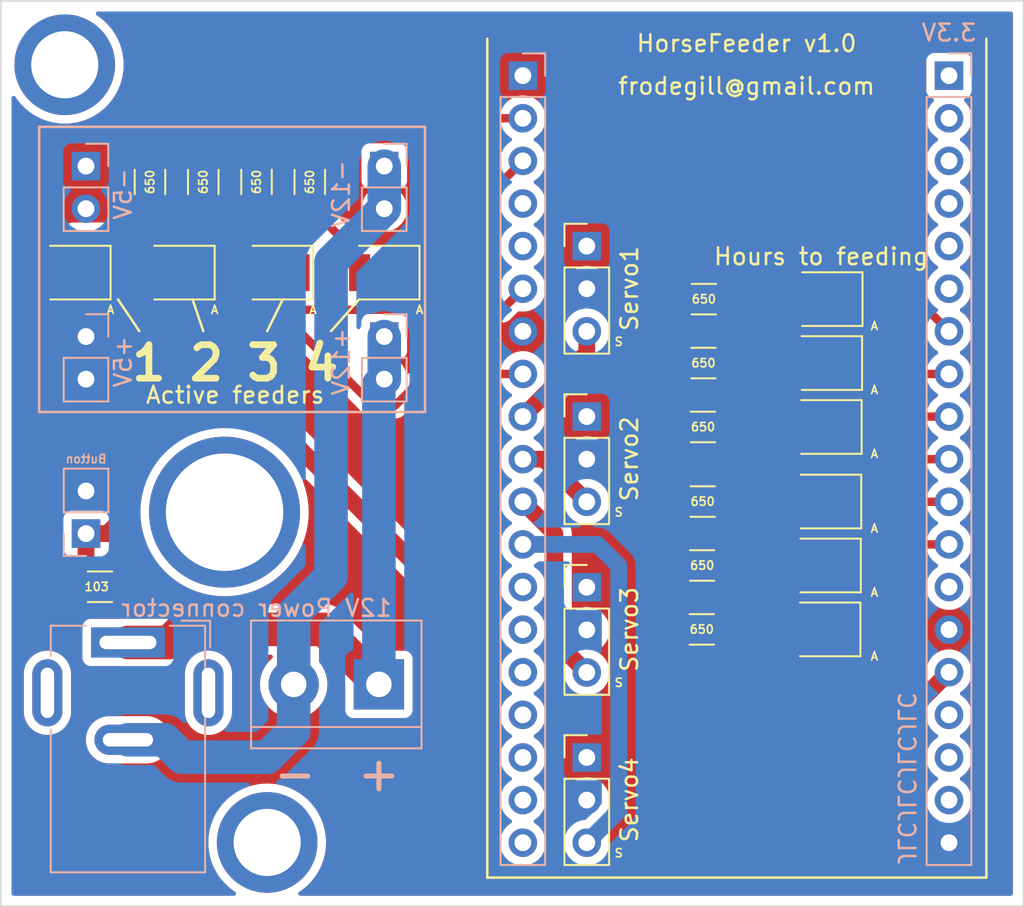
<source format=kicad_pcb>
(kicad_pcb (version 20211014) (generator pcbnew)
  (layers (0 "F.Cu" signal) (31 "B.Cu" signal) (34 "B.Paste" user) (35 "F.Paste" user) (36 "B.SilkS" user "B.Silkscreen") (37 "F.SilkS" user "F.Silkscreen") (38 "B.Mask" user) (39 "F.Mask" user) (44 "Edge.Cuts" user))
  (net 0 "")
  (net 1 "+5V")
  (net 5 "GND")
  (net 6 "+3.3V")
  (net 7 "Net-(D1-Pad1)")
  (net 8 "Net-(J2-Pad8)")
  (net 9 "Net-(D2-Pad1)")
  (net 10 "Net-(J1-Pad12)")
  (net 11 "Net-(D3-Pad1)")
  (net 12 "Net-(J1-Pad11)")
  (net 13 "Net-(D4-Pad1)")
  (net 14 "Net-(D4-Pad2)")
  (net 15 "Net-(D5-Pad1)")
  (net 16 "Net-(J1-Pad10)")
  (net 18 "Net-(D6-Pad1)")
  (net 20 "Net-(D6-Pad2)")
  (net 21 "Net-(D7-Pad1)")
  (net 22 "Net-(J1-Pad9)")
  (net 23 "Net-(D8-Pad1)")
  (net 24 "Net-(D8-Pad2)")
  (net 25 "Net-(D9-Pad1)")
  (net 26 "Net-(J1-Pad8)")
  (net 27 "Net-(D10-Pad1)")
  (net 28 "Net-(J1-Pad7)")
  (net 35 "Net-(J1-Pad15)")
  (net 39 "Net-(J7-Pad3)")
  (net 40 "Net-(J8-Pad3)")
  (net 41 "Net-(J9-Pad3)")
  (net 42 "Net-(J10-Pad3)")
  (net 47 "+12V")
  (net 48 "-12V")
  (footprint "Resistor_SMD:R_1206_3216Metric" (layer "F.Cu") (at 203.73 105.41)
    (fp_text reference "R3" hide)
    (fp_text value "R" hide)
    (fp_line (start -0.727064 0.91) (end 0.727064 0.91) (layer "F.SilkS") (width 0.12))
    (fp_line (start -0.727064 -0.91) (end 0.727064 -0.91) (layer "F.SilkS") (width 0.12))
    (pad "1" smd roundrect (at -1.4625 0) (size 1.125 1.75) (layers "F.Cu" "F.Paste" "F.Mask") (roundrect_rratio 0.2222222222) (net 5 "GND"))
    (pad "2" smd roundrect (at 1.4625 0) (size 1.125 1.75) (layers "F.Cu" "F.Paste" "F.Mask") (roundrect_rratio 0.2222222222) (net 11 "Net-(D3-Pad1)"))
  )
  (footprint "CustomLibrary:LED_PLCC_2835_AK" (layer "F.Cu") (at 184.68 87.955 180)
    (fp_text reference "D8" hide)
    (fp_text value "LED_Servo4" hide)
    (fp_line (start 1.4 -1.6) (end -2.2 -1.6) (layer "F.SilkS") (width 0.12))
    (fp_line (start 1.4 1.6) (end -2.2 1.6) (layer "F.SilkS") (width 0.12))
    (fp_line (start -2.2 -1.6) (end -2.2 1.6) (layer "F.SilkS") (width 0.12))
    (pad "1" smd rect (at 1.375 0 180) (size 1.25 2.2) (layers "F.Cu" "F.Paste" "F.Mask") (net 23 "Net-(D8-Pad1)"))
    (pad "2" smd rect (at -0.9 0 180) (size 2.2 2.2) (layers "F.Cu" "F.Paste" "F.Mask") (net 24 "Net-(D8-Pad2)"))
  )
  (footprint "CustomLibrary:LED_PLCC_2835_AK" (layer "F.Cu") (at 211.01 101.6 180)
    (fp_text reference "D5" hide)
    (fp_text value "LED_4hour" hide)
    (fp_line (start -2.2 -1.6) (end -2.2 1.6) (layer "F.SilkS") (width 0.12))
    (fp_line (start 1.4 -1.6) (end -2.2 -1.6) (layer "F.SilkS") (width 0.12))
    (fp_line (start 1.4 1.6) (end -2.2 1.6) (layer "F.SilkS") (width 0.12))
    (pad "1" smd rect (at 1.375 0 180) (size 1.25 2.2) (layers "F.Cu" "F.Paste" "F.Mask") (net 15 "Net-(D5-Pad1)"))
    (pad "2" smd rect (at -0.9 0 180) (size 2.2 2.2) (layers "F.Cu" "F.Paste" "F.Mask") (net 16 "Net-(J1-Pad10)"))
  )
  (footprint "CustomLibrary:LED_PLCC_2835_AK" (layer "F.Cu") (at 166.265 87.955 180)
    (fp_text reference "D1" hide)
    (fp_text value "LED_Servo1" hide)
    (fp_line (start -2.2 -1.6) (end -2.2 1.6) (layer "F.SilkS") (width 0.12))
    (fp_line (start 1.4 -1.6) (end -2.2 -1.6) (layer "F.SilkS") (width 0.12))
    (fp_line (start 1.4 1.6) (end -2.2 1.6) (layer "F.SilkS") (width 0.12))
    (pad "1" smd rect (at 1.375 0 180) (size 1.25 2.2) (layers "F.Cu" "F.Paste" "F.Mask") (net 7 "Net-(D1-Pad1)"))
    (pad "2" smd rect (at -0.9 0 180) (size 2.2 2.2) (layers "F.Cu" "F.Paste" "F.Mask") (net 8 "Net-(J2-Pad8)"))
  )
  (footprint "Resistor_SMD:R_1206_3216Metric" (layer "F.Cu") (at 173.99 82.55 -90)
    (fp_text reference "R4" hide)
    (fp_text value "R" hide)
    (fp_line (start -0.727064 -0.91) (end 0.727064 -0.91) (layer "F.SilkS") (width 0.12))
    (fp_line (start -0.727064 0.91) (end 0.727064 0.91) (layer "F.SilkS") (width 0.12))
    (pad "1" smd roundrect (at -1.4625 0 270) (size 1.125 1.75) (layers "F.Cu" "F.Paste" "F.Mask") (roundrect_rratio 0.2222222222) (net 5 "GND"))
    (pad "2" smd roundrect (at 1.4625 0 270) (size 1.125 1.75) (layers "F.Cu" "F.Paste" "F.Mask") (roundrect_rratio 0.2222222222) (net 13 "Net-(D4-Pad1)"))
  )
  (footprint "Resistor_SMD:R_1206_3216Metric" (layer "F.Cu") (at 203.705 109.22)
    (fp_text reference "R2" hide)
    (fp_text value "R" hide)
    (fp_line (start -0.727064 -0.91) (end 0.727064 -0.91) (layer "F.SilkS") (width 0.12))
    (fp_line (start -0.727064 0.91) (end 0.727064 0.91) (layer "F.SilkS") (width 0.12))
    (pad "1" smd roundrect (at -1.4625 0) (size 1.125 1.75) (layers "F.Cu" "F.Paste" "F.Mask") (roundrect_rratio 0.2222222222) (net 5 "GND"))
    (pad "2" smd roundrect (at 1.4625 0) (size 1.125 1.75) (layers "F.Cu" "F.Paste" "F.Mask") (roundrect_rratio 0.2222222222) (net 9 "Net-(D2-Pad1)"))
  )
  (footprint "Connector_PinHeader_2.54mm:PinHeader_1x03_P2.54mm_Vertical" (layer "F.Cu") (at 196.85 86.375)
    (fp_text reference "J7" hide)
    (fp_text value "Servo1" hide)
    (fp_line (start -1.33 0) (end -1.33 -1.33) (layer "F.SilkS") (width 0.12))
    (fp_line (start -1.33 1.27) (end 1.33 1.27) (layer "F.SilkS") (width 0.12))
    (fp_line (start -1.33 6.41) (end 1.33 6.41) (layer "F.SilkS") (width 0.12))
    (fp_line (start -1.33 1.27) (end -1.33 6.41) (layer "F.SilkS") (width 0.12))
    (fp_line (start -1.33 -1.33) (end 0 -1.33) (layer "F.SilkS") (width 0.12))
    (fp_line (start 1.33 1.27) (end 1.33 6.41) (layer "F.SilkS") (width 0.12))
    (pad "1" thru_hole rect (at 0 0) (size 1.7 1.7) (drill 1) (layers *.Cu *.Mask) (net 5 "GND"))
    (pad "2" thru_hole oval (at 0 2.54) (size 1.7 1.7) (drill 1) (layers *.Cu *.Mask) (net 1 "+5V"))
    (pad "3" thru_hole oval (at 0 5.08) (size 1.7 1.7) (drill 1) (layers *.Cu *.Mask) (net 39 "Net-(J7-Pad3)"))
  )
  (footprint "CustomLibrary:LED_PLCC_2835_AK" (layer "F.Cu") (at 211.06 93.345 180)
    (fp_text reference "D9" hide)
    (fp_text value "LED_2hour" hide)
    (fp_line (start 1.4 -1.6) (end -2.2 -1.6) (layer "F.SilkS") (width 0.12))
    (fp_line (start -2.2 -1.6) (end -2.2 1.6) (layer "F.SilkS") (width 0.12))
    (fp_line (start 1.4 1.6) (end -2.2 1.6) (layer "F.SilkS") (width 0.12))
    (pad "1" smd rect (at 1.375 0 180) (size 1.25 2.2) (layers "F.Cu" "F.Paste" "F.Mask") (net 25 "Net-(D9-Pad1)"))
    (pad "2" smd rect (at -0.9 0 180) (size 2.2 2.2) (layers "F.Cu" "F.Paste" "F.Mask") (net 26 "Net-(J1-Pad8)"))
  )
  (footprint "Resistor_SMD:R_1206_3216Metric" (layer "F.Cu") (at 203.755 101.6)
    (fp_text reference "R5" hide)
    (fp_text value "R" hide)
    (fp_line (start -0.727064 0.91) (end 0.727064 0.91) (layer "F.SilkS") (width 0.12))
    (fp_line (start -0.727064 -0.91) (end 0.727064 -0.91) (layer "F.SilkS") (width 0.12))
    (pad "1" smd roundrect (at -1.4625 0) (size 1.125 1.75) (layers "F.Cu" "F.Paste" "F.Mask") (roundrect_rratio 0.2222222222) (net 5 "GND"))
    (pad "2" smd roundrect (at 1.4625 0) (size 1.125 1.75) (layers "F.Cu" "F.Paste" "F.Mask") (roundrect_rratio 0.2222222222) (net 15 "Net-(D5-Pad1)"))
  )
  (footprint "CustomLibrary:LED_PLCC_2835_AK" (layer "F.Cu") (at 172.47 87.955 180)
    (fp_text reference "D4" hide)
    (fp_text value "LED_Servo2" hide)
    (fp_line (start 1.4 1.6) (end -2.2 1.6) (layer "F.SilkS") (width 0.12))
    (fp_line (start -2.2 -1.6) (end -2.2 1.6) (layer "F.SilkS") (width 0.12))
    (fp_line (start 1.4 -1.6) (end -2.2 -1.6) (layer "F.SilkS") (width 0.12))
    (pad "1" smd rect (at 1.375 0 180) (size 1.25 2.2) (layers "F.Cu" "F.Paste" "F.Mask") (net 13 "Net-(D4-Pad1)"))
    (pad "2" smd rect (at -0.9 0 180) (size 2.2 2.2) (layers "F.Cu" "F.Paste" "F.Mask") (net 14 "Net-(D4-Pad2)"))
  )
  (footprint "Resistor_SMD:R_1206_3216Metric" (layer "F.Cu") (at 203.805 93.345)
    (fp_text reference "R9" hide)
    (fp_text value "R" hide)
    (fp_line (start -0.727064 0.91) (end 0.727064 0.91) (layer "F.SilkS") (width 0.12))
    (fp_line (start -0.727064 -0.91) (end 0.727064 -0.91) (layer "F.SilkS") (width 0.12))
    (pad "1" smd roundrect (at -1.4625 0) (size 1.125 1.75) (layers "F.Cu" "F.Paste" "F.Mask") (roundrect_rratio 0.2222222222) (net 5 "GND"))
    (pad "2" smd roundrect (at 1.4625 0) (size 1.125 1.75) (layers "F.Cu" "F.Paste" "F.Mask") (roundrect_rratio 0.2222222222) (net 25 "Net-(D9-Pad1)"))
  )
  (footprint "CustomLibrary:LED_PLCC_2835_AK" (layer "F.Cu") (at 178.33 87.955 180)
    (fp_text reference "D6" hide)
    (fp_text value "LED_Servo3" hide)
    (fp_line (start -2.2 -1.6) (end -2.2 1.6) (layer "F.SilkS") (width 0.12))
    (fp_line (start 1.4 -1.6) (end -2.2 -1.6) (layer "F.SilkS") (width 0.12))
    (fp_line (start 1.4 1.6) (end -2.2 1.6) (layer "F.SilkS") (width 0.12))
    (pad "1" smd rect (at 1.375 0 180) (size 1.25 2.2) (layers "F.Cu" "F.Paste" "F.Mask") (net 18 "Net-(D6-Pad1)"))
    (pad "2" smd rect (at -0.9 0 180) (size 2.2 2.2) (layers "F.Cu" "F.Paste" "F.Mask") (net 20 "Net-(D6-Pad2)"))
  )
  (footprint "Resistor_SMD:R_1206_3216Metric" (layer "F.Cu") (at 203.78 97.155)
    (fp_text reference "R7" hide)
    (fp_text value "R" hide)
    (fp_line (start -0.727064 0.91) (end 0.727064 0.91) (layer "F.SilkS") (width 0.12))
    (fp_line (start -0.727064 -0.91) (end 0.727064 -0.91) (layer "F.SilkS") (width 0.12))
    (pad "1" smd roundrect (at -1.4625 0) (size 1.125 1.75) (layers "F.Cu" "F.Paste" "F.Mask") (roundrect_rratio 0.2222222222) (net 5 "GND"))
    (pad "2" smd roundrect (at 1.4625 0) (size 1.125 1.75) (layers "F.Cu" "F.Paste" "F.Mask") (roundrect_rratio 0.2222222222) (net 21 "Net-(D7-Pad1)"))
  )
  (footprint "Connector_PinHeader_2.54mm:PinHeader_1x03_P2.54mm_Vertical" (layer "F.Cu") (at 196.85 106.71)
    (fp_text reference "J9" hide)
    (fp_text value "Servo3" hide)
    (fp_line (start -1.33 1.27) (end -1.33 6.41) (layer "F.SilkS") (width 0.12))
    (fp_line (start -1.33 -1.33) (end 0 -1.33) (layer "F.SilkS") (width 0.12))
    (fp_line (start -1.33 6.41) (end 1.33 6.41) (layer "F.SilkS") (width 0.12))
    (fp_line (start -1.33 0) (end -1.33 -1.33) (layer "F.SilkS") (width 0.12))
    (fp_line (start -1.33 1.27) (end 1.33 1.27) (layer "F.SilkS") (width 0.12))
    (fp_line (start 1.33 1.27) (end 1.33 6.41) (layer "F.SilkS") (width 0.12))
    (pad "1" thru_hole rect (at 0 0) (size 1.7 1.7) (drill 1) (layers *.Cu *.Mask) (net 5 "GND"))
    (pad "2" thru_hole oval (at 0 2.54) (size 1.7 1.7) (drill 1) (layers *.Cu *.Mask) (net 1 "+5V"))
    (pad "3" thru_hole oval (at 0 5.08) (size 1.7 1.7) (drill 1) (layers *.Cu *.Mask) (net 41 "Net-(J9-Pad3)"))
  )
  (footprint "Connector_PinHeader_2.54mm:PinHeader_1x03_P2.54mm_Vertical" (layer "F.Cu") (at 196.85 96.535)
    (fp_text reference "J8" hide)
    (fp_text value "Servo2" hide)
    (fp_line (start 1.33 1.27) (end 1.33 6.41) (layer "F.SilkS") (width 0.12))
    (fp_line (start -1.33 1.27) (end 1.33 1.27) (layer "F.SilkS") (width 0.12))
    (fp_line (start -1.33 6.41) (end 1.33 6.41) (layer "F.SilkS") (width 0.12))
    (fp_line (start -1.33 1.27) (end -1.33 6.41) (layer "F.SilkS") (width 0.12))
    (fp_line (start -1.33 -1.33) (end 0 -1.33) (layer "F.SilkS") (width 0.12))
    (fp_line (start -1.33 0) (end -1.33 -1.33) (layer "F.SilkS") (width 0.12))
    (pad "1" thru_hole rect (at 0 0) (size 1.7 1.7) (drill 1) (layers *.Cu *.Mask) (net 5 "GND"))
    (pad "2" thru_hole oval (at 0 2.54) (size 1.7 1.7) (drill 1) (layers *.Cu *.Mask) (net 1 "+5V"))
    (pad "3" thru_hole oval (at 0 5.08) (size 1.7 1.7) (drill 1) (layers *.Cu *.Mask) (net 40 "Net-(J8-Pad3)"))
  )
  (footprint "Resistor_SMD:R_1206_3216Metric" (layer "F.Cu") (at 170.815 82.55 -90)
    (fp_text reference "R1" hide)
    (fp_text value "R" hide)
    (fp_line (start -0.727064 -0.91) (end 0.727064 -0.91) (layer "F.SilkS") (width 0.12))
    (fp_line (start -0.727064 0.91) (end 0.727064 0.91) (layer "F.SilkS") (width 0.12))
    (pad "1" smd roundrect (at -1.4625 0 270) (size 1.125 1.75) (layers "F.Cu" "F.Paste" "F.Mask") (roundrect_rratio 0.2222222222) (net 5 "GND"))
    (pad "2" smd roundrect (at 1.4625 0 270) (size 1.125 1.75) (layers "F.Cu" "F.Paste" "F.Mask") (roundrect_rratio 0.2222222222) (net 7 "Net-(D1-Pad1)"))
  )
  (footprint "Resistor_SMD:R_1206_3216Metric" (layer "F.Cu") (at 177.165 82.55 -90)
    (fp_text reference "R6" hide)
    (fp_text value "R" hide)
    (fp_line (start -0.727064 -0.91) (end 0.727064 -0.91) (layer "F.SilkS") (width 0.12))
    (fp_line (start -0.727064 0.91) (end 0.727064 0.91) (layer "F.SilkS") (width 0.12))
    (pad "1" smd roundrect (at -1.4625 0 270) (size 1.125 1.75) (layers "F.Cu" "F.Paste" "F.Mask") (roundrect_rratio 0.2222222222) (net 5 "GND"))
    (pad "2" smd roundrect (at 1.4625 0 270) (size 1.125 1.75) (layers "F.Cu" "F.Paste" "F.Mask") (roundrect_rratio 0.2222222222) (net 18 "Net-(D6-Pad1)"))
  )
  (footprint "Resistor_SMD:R_1206_3216Metric" (layer "F.Cu") (at 203.83 89.535)
    (fp_text reference "R10" hide)
    (fp_text value "R" hide)
    (fp_line (start -0.727064 -0.91) (end 0.727064 -0.91) (layer "F.SilkS") (width 0.12))
    (fp_line (start -0.727064 0.91) (end 0.727064 0.91) (layer "F.SilkS") (width 0.12))
    (pad "1" smd roundrect (at -1.4625 0) (size 1.125 1.75) (layers "F.Cu" "F.Paste" "F.Mask") (roundrect_rratio 0.2222222222) (net 5 "GND"))
    (pad "2" smd roundrect (at 1.4625 0) (size 1.125 1.75) (layers "F.Cu" "F.Paste" "F.Mask") (roundrect_rratio 0.2222222222) (net 27 "Net-(D10-Pad1)"))
  )
  (footprint "Resistor_SMD:R_1206_3216Metric" (layer "F.Cu") (at 167.8325 106.68)
    (fp_text reference "R11" hide)
    (fp_text value "Pulldown" hide)
    (fp_line (start -0.727064 -0.91) (end 0.727064 -0.91) (layer "F.SilkS") (width 0.12))
    (fp_line (start -0.727064 0.91) (end 0.727064 0.91) (layer "F.SilkS") (width 0.12))
    (pad "1" smd roundrect (at -1.4625 0) (size 1.125 1.75) (layers "F.Cu" "F.Paste" "F.Mask") (roundrect_rratio 0.2222222222) (net 35 "Net-(J1-Pad15)"))
    (pad "2" smd roundrect (at 1.4625 0) (size 1.125 1.75) (layers "F.Cu" "F.Paste" "F.Mask") (roundrect_rratio 0.2222222222) (net 5 "GND"))
  )
  (footprint "Resistor_SMD:R_1206_3216Metric" (layer "F.Cu") (at 180.34 82.55 -90)
    (fp_text reference "R8" hide)
    (fp_text value "R" hide)
    (fp_line (start -0.727064 0.91) (end 0.727064 0.91) (layer "F.SilkS") (width 0.12))
    (fp_line (start -0.727064 -0.91) (end 0.727064 -0.91) (layer "F.SilkS") (width 0.12))
    (pad "1" smd roundrect (at -1.4625 0 270) (size 1.125 1.75) (layers "F.Cu" "F.Paste" "F.Mask") (roundrect_rratio 0.2222222222) (net 5 "GND"))
    (pad "2" smd roundrect (at 1.4625 0 270) (size 1.125 1.75) (layers "F.Cu" "F.Paste" "F.Mask") (roundrect_rratio 0.2222222222) (net 23 "Net-(D8-Pad1)"))
  )
  (footprint "CustomLibrary:LED_PLCC_2835_AK" (layer "F.Cu") (at 210.985 105.41 180)
    (fp_text reference "D3" hide)
    (fp_text value "LED_5hour" hide)
    (fp_line (start 1.4 1.6) (end -2.2 1.6) (layer "F.SilkS") (width 0.12))
    (fp_line (start -2.2 -1.6) (end -2.2 1.6) (layer "F.SilkS") (width 0.12))
    (fp_line (start 1.4 -1.6) (end -2.2 -1.6) (layer "F.SilkS") (width 0.12))
    (pad "1" smd rect (at 1.375 0 180) (size 1.25 2.2) (layers "F.Cu" "F.Paste" "F.Mask") (net 11 "Net-(D3-Pad1)"))
    (pad "2" smd rect (at -0.9 0 180) (size 2.2 2.2) (layers "F.Cu" "F.Paste" "F.Mask") (net 12 "Net-(J1-Pad11)"))
  )
  (footprint "Connector_PinHeader_2.54mm:PinHeader_1x03_P2.54mm_Vertical" (layer "F.Cu") (at 196.85 116.855)
    (fp_text reference "J10" hide)
    (fp_text value "Servo4" hide)
    (fp_line (start -1.33 1.27) (end -1.33 6.41) (layer "F.SilkS") (width 0.12))
    (fp_line (start 1.33 1.27) (end 1.33 6.41) (layer "F.SilkS") (width 0.12))
    (fp_line (start -1.33 -1.33) (end 0 -1.33) (layer "F.SilkS") (width 0.12))
    (fp_line (start -1.33 0) (end -1.33 -1.33) (layer "F.SilkS") (width 0.12))
    (fp_line (start -1.33 6.41) (end 1.33 6.41) (layer "F.SilkS") (width 0.12))
    (fp_line (start -1.33 1.27) (end 1.33 1.27) (layer "F.SilkS") (width 0.12))
    (pad "1" thru_hole rect (at 0 0) (size 1.7 1.7) (drill 1) (layers *.Cu *.Mask) (net 5 "GND"))
    (pad "2" thru_hole oval (at 0 2.54) (size 1.7 1.7) (drill 1) (layers *.Cu *.Mask) (net 1 "+5V"))
    (pad "3" thru_hole oval (at 0 5.08) (size 1.7 1.7) (drill 1) (layers *.Cu *.Mask) (net 42 "Net-(J10-Pad3)"))
  )
  (footprint "CustomLibrary:LED_PLCC_2835_AK" (layer "F.Cu") (at 210.96 109.22 180)
    (fp_text reference "D2" hide)
    (fp_text value "LED_6hour" hide)
    (fp_line (start 1.4 -1.6) (end -2.2 -1.6) (layer "F.SilkS") (width 0.12))
    (fp_line (start 1.4 1.6) (end -2.2 1.6) (layer "F.SilkS") (width 0.12))
    (fp_line (start -2.2 -1.6) (end -2.2 1.6) (layer "F.SilkS") (width 0.12))
    (pad "1" smd rect (at 1.375 0 180) (size 1.25 2.2) (layers "F.Cu" "F.Paste" "F.Mask") (net 9 "Net-(D2-Pad1)"))
    (pad "2" smd rect (at -0.9 0 180) (size 2.2 2.2) (layers "F.Cu" "F.Paste" "F.Mask") (net 10 "Net-(J1-Pad12)"))
  )
  (footprint "CustomLibrary:LED_PLCC_2835_AK" (layer "F.Cu") (at 211.085 89.535 180)
    (fp_text reference "D10" hide)
    (fp_text value "LED_1hour" hide)
    (fp_line (start 1.4 -1.6) (end -2.2 -1.6) (layer "F.SilkS") (width 0.12))
    (fp_line (start 1.4 1.6) (end -2.2 1.6) (layer "F.SilkS") (width 0.12))
    (fp_line (start -2.2 -1.6) (end -2.2 1.6) (layer "F.SilkS") (width 0.12))
    (pad "1" smd rect (at 1.375 0 180) (size 1.25 2.2) (layers "F.Cu" "F.Paste" "F.Mask") (net 27 "Net-(D10-Pad1)"))
    (pad "2" smd rect (at -0.9 0 180) (size 2.2 2.2) (layers "F.Cu" "F.Paste" "F.Mask") (net 28 "Net-(J1-Pad7)"))
  )
  (footprint "CustomLibrary:LED_PLCC_2835_AK" (layer "F.Cu") (at 211.035 97.155 180)
    (fp_text reference "D7" hide)
    (fp_text value "LED_3hour" hide)
    (fp_line (start 1.4 -1.6) (end -2.2 -1.6) (layer "F.SilkS") (width 0.12))
    (fp_line (start 1.4 1.6) (end -2.2 1.6) (layer "F.SilkS") (width 0.12))
    (fp_line (start -2.2 -1.6) (end -2.2 1.6) (layer "F.SilkS") (width 0.12))
    (pad "1" smd rect (at 1.375 0 180) (size 1.25 2.2) (layers "F.Cu" "F.Paste" "F.Mask") (net 21 "Net-(D7-Pad1)"))
    (pad "2" smd rect (at -0.9 0 180) (size 2.2 2.2) (layers "F.Cu" "F.Paste" "F.Mask") (net 22 "Net-(J1-Pad9)"))
  )
  (footprint "Connector_PinHeader_2.54mm:PinHeader_1x19_P2.54mm_Vertical" (layer "B.Cu") (at 218.44 76.215 180)
    (fp_text reference "J1" hide)
    (fp_text value "ESP32 Power side" hide)
    (fp_line (start 1.33 -1.27) (end 1.33 -47.05) (layer "B.SilkS") (width 0.12))
    (fp_line (start -1.33 0) (end -1.33 1.33) (layer "B.SilkS") (width 0.12))
    (fp_line (start -1.33 -1.27) (end 1.33 -1.27) (layer "B.SilkS") (width 0.12))
    (fp_line (start -1.33 1.33) (end 0 1.33) (layer "B.SilkS") (width 0.12))
    (fp_line (start -1.33 -47.05) (end 1.33 -47.05) (layer "B.SilkS") (width 0.12))
    (fp_line (start -1.33 -1.27) (end -1.33 -47.05) (layer "B.SilkS") (width 0.12))
    (pad "1" thru_hole rect (at 0 0 180) (size 1.7 1.7) (drill 1) (layers *.Cu *.Mask) (net 6 "+3.3V"))
    (pad "2" thru_hole oval (at 0 -2.54 180) (size 1.7 1.7) (drill 1) (layers *.Cu *.Mask))
    (pad "3" thru_hole oval (at 0 -5.08 180) (size 1.7 1.7) (drill 1) (layers *.Cu *.Mask))
    (pad "4" thru_hole oval (at 0 -7.62 180) (size 1.7 1.7) (drill 1) (layers *.Cu *.Mask))
    (pad "5" thru_hole oval (at 0 -10.16 180) (size 1.7 1.7) (drill 1) (layers *.Cu *.Mask))
    (pad "6" thru_hole oval (at 0 -12.7 180) (size 1.7 1.7) (drill 1) (layers *.Cu *.Mask))
    (pad "7" thru_hole oval (at 0 -15.24 180) (size 1.7 1.7) (drill 1) (layers *.Cu *.Mask) (net 28 "Net-(J1-Pad7)"))
    (pad "8" thru_hole oval (at 0 -17.78 180) (size 1.7 1.7) (drill 1) (layers *.Cu *.Mask) (net 26 "Net-(J1-Pad8)"))
    (pad "9" thru_hole oval (at 0 -20.32 180) (size 1.7 1.7) (drill 1) (layers *.Cu *.Mask) (net 22 "Net-(J1-Pad9)"))
    (pad "10" thru_hole oval (at 0 -22.86 180) (size 1.7 1.7) (drill 1) (layers *.Cu *.Mask) (net 16 "Net-(J1-Pad10)"))
    (pad "11" thru_hole oval (at 0 -25.4 180) (size 1.7 1.7) (drill 1) (layers *.Cu *.Mask) (net 12 "Net-(J1-Pad11)"))
    (pad "12" thru_hole oval (at 0 -27.94 180) (size 1.7 1.7) (drill 1) (layers *.Cu *.Mask) (net 10 "Net-(J1-Pad12)"))
    (pad "13" thru_hole oval (at 0 -30.48 180) (size 1.7 1.7) (drill 1) (layers *.Cu *.Mask))
    (pad "14" thru_hole oval (at 0 -33.02 180) (size 1.7 1.7) (drill 1) (layers *.Cu *.Mask) (net 5 "GND"))
    (pad "15" thru_hole oval (at 0 -35.56 180) (size 1.7 1.7) (drill 1) (layers *.Cu *.Mask) (net 35 "Net-(J1-Pad15)"))
    (pad "16" thru_hole oval (at 0 -38.1 180) (size 1.7 1.7) (drill 1) (layers *.Cu *.Mask))
    (pad "17" thru_hole oval (at 0 -40.64 180) (size 1.7 1.7) (drill 1) (layers *.Cu *.Mask))
    (pad "18" thru_hole oval (at 0 -43.18 180) (size 1.7 1.7) (drill 1) (layers *.Cu *.Mask))
    (pad "19" thru_hole oval (at 0 -45.72 180) (size 1.7 1.7) (drill 1) (layers *.Cu *.Mask) (net 1 "+5V"))
  )
  (footprint "Connector_PinHeader_2.54mm:PinHeader_1x02_P2.54mm_Vertical" (layer "B.Cu") (at 167.005 103.51)
    (fp_text reference "J11" hide)
    (fp_text value "Button" hide)
    (fp_line (start -1.33 -3.87) (end 1.33 -3.87) (layer "B.SilkS") (width 0.12))
    (fp_line (start -1.33 -1.27) (end 1.33 -1.27) (layer "B.SilkS") (width 0.12))
    (fp_line (start -1.33 1.33) (end 0 1.33) (layer "B.SilkS") (width 0.12))
    (fp_line (start 1.33 -1.27) (end 1.33 -3.87) (layer "B.SilkS") (width 0.12))
    (fp_line (start -1.33 -1.27) (end -1.33 -3.87) (layer "B.SilkS") (width 0.12))
    (fp_line (start -1.33 0) (end -1.33 1.33) (layer "B.SilkS") (width 0.12))
    (pad "1" thru_hole rect (at 0 0) (size 1.7 1.7) (drill 1) (layers *.Cu *.Mask) (net 35 "Net-(J1-Pad15)"))
    (pad "2" thru_hole oval (at 0 -2.54) (size 1.7 1.7) (drill 1) (layers *.Cu *.Mask) (net 1 "+5V"))
  )
  (footprint "Connector_PinHeader_2.54mm:PinHeader_1x02_P2.54mm_Vertical" (layer "B.Cu") (at 184.78 81.605 180)
    (fp_text reference "J4" hide)
    (fp_text value "-12V" (at 2.57 -1.66 90) (layer "B.SilkS") (effects (justify mirror)))
    (fp_line (start -1.33 -1.27) (end 1.33 -1.27) (layer "B.SilkS") (width 0.12))
    (fp_line (start 1.33 -1.27) (end 1.33 -3.87) (layer "B.SilkS") (width 0.12))
    (fp_line (start -1.33 -1.27) (end -1.33 -3.87) (layer "B.SilkS") (width 0.12))
    (fp_line (start -1.33 1.33) (end 0 1.33) (layer "B.SilkS") (width 0.12))
    (fp_line (start -1.33 0) (end -1.33 1.33) (layer "B.SilkS") (width 0.12))
    (fp_line (start -1.33 -3.87) (end 1.33 -3.87) (layer "B.SilkS") (width 0.12))
    (pad "1" thru_hole rect (at 0 0 180) (size 1.7 1.7) (drill 1) (layers *.Cu *.Mask) (net 48 "-12V"))
    (pad "2" thru_hole oval (at 0 -2.54 180) (size 1.7 1.7) (drill 1) (layers *.Cu *.Mask) (net 48 "-12V"))
  )
  (footprint "Connector_PinHeader_2.54mm:PinHeader_1x02_P2.54mm_Vertical" (layer "B.Cu") (at 167 81.605 180)
    (fp_text reference "J6" hide)
    (fp_text value "-5V" (at -2.21 -1.66 90) (layer "B.SilkS") (effects (justify mirror)))
    (fp_line (start -1.33 -1.27) (end 1.33 -1.27) (layer "B.SilkS") (width 0.12))
    (fp_line (start -1.33 -1.27) (end -1.33 -3.87) (layer "B.SilkS") (width 0.12))
    (fp_line (start -1.33 -3.87) (end 1.33 -3.87) (layer "B.SilkS") (width 0.12))
    (fp_line (start -1.33 0) (end -1.33 1.33) (layer "B.SilkS") (width 0.12))
    (fp_line (start -1.33 1.33) (end 0 1.33) (layer "B.SilkS") (width 0.12))
    (fp_line (start 1.33 -1.27) (end 1.33 -3.87) (layer "B.SilkS") (width 0.12))
    (pad "1" thru_hole rect (at 0 0 180) (size 1.7 1.7) (drill 1) (layers *.Cu *.Mask) (net 5 "GND"))
    (pad "2" thru_hole oval (at 0 -2.54 180) (size 1.7 1.7) (drill 1) (layers *.Cu *.Mask) (net 5 "GND"))
  )
  (footprint "CustomLibrary:BarrelJack_Wuerth_6941xx301002" (layer "B.Cu") (at 169.5 110 180)
    (fp_text reference "J17" hide)
    (fp_text value "Conn_Coaxial_Power" hide)
    (fp_line (start -4.6 -13.7) (end -4.6 1) (layer "B.SilkS") (width 0.12))
    (fp_line (start -4.6 1) (end -2.5 1) (layer "B.SilkS") (width 0.12))
    (fp_line (start -4.9 1.3) (end -4.9 -0.3) (layer "B.SilkS") (width 0.12))
    (fp_line (start -3.2 1.3) (end -4.9 1.3) (layer "B.SilkS") (width 0.12))
    (fp_line (start 2.5 1) (end 4.6 1) (layer "B.SilkS") (width 0.12))
    (fp_line (start 4.6 1) (end 4.6 -0.8) (layer "B.SilkS") (width 0.12))
    (fp_line (start 4.6 -5.2) (end 4.6 -13.7) (layer "B.SilkS") (width 0.12))
    (fp_line (start 4.6 -13.7) (end -4.6 -13.7) (layer "B.SilkS") (width 0.12))
    (pad "1" thru_hole rect (at 0 0 180) (size 4.4 1.8) (drill oval 3.4 0.8) (layers *.Cu *.Mask) (net 47 "+12V"))
    (pad "2" thru_hole oval (at 0 -5.8 180) (size 4 1.8) (drill oval 3 0.8) (layers *.Cu *.Mask) (net 48 "-12V"))
    (pad "3" thru_hole oval (at 4.8 -3 90) (size 4 1.8) (drill oval 3 0.8) (layers *.Cu *.Mask))
    (pad "3" thru_hole oval (at -4.8 -3 90) (size 4 1.8) (drill oval 3 0.8) (layers *.Cu *.Mask))
  )
  (footprint "Connector_PinHeader_2.54mm:PinHeader_1x19_P2.54mm_Vertical" (layer "B.Cu") (at 193.04 76.215 180)
    (fp_text reference "J2" hide)
    (fp_text value "ESP32 pin side" hide)
    (fp_line (start -1.33 1.33) (end 0 1.33) (layer "B.SilkS") (width 0.12))
    (fp_line (start -1.33 -1.27) (end -1.33 -47.05) (layer "B.SilkS") (width 0.12))
    (fp_line (start -1.33 -1.27) (end 1.33 -1.27) (layer "B.SilkS") (width 0.12))
    (fp_line (start -1.33 -47.05) (end 1.33 -47.05) (layer "B.SilkS") (width 0.12))
    (fp_line (start -1.33 0) (end -1.33 1.33) (layer "B.SilkS") (width 0.12))
    (fp_line (start 1.33 -1.27) (end 1.33 -47.05) (layer "B.SilkS") (width 0.12))
    (pad "1" thru_hole rect (at 0 0 180) (size 1.7 1.7) (drill 1) (layers *.Cu *.Mask) (net 5 "GND"))
    (pad "2" thru_hole oval (at 0 -2.54 180) (size 1.7 1.7) (drill 1) (layers *.Cu *.Mask) (net 20 "Net-(D6-Pad2)"))
    (pad "3" thru_hole oval (at 0 -5.08 180) (size 1.7 1.7) (drill 1) (layers *.Cu *.Mask) (net 24 "Net-(D8-Pad2)"))
    (pad "4" thru_hole oval (at 0 -7.62 180) (size 1.7 1.7) (drill 1) (layers *.Cu *.Mask))
    (pad "5" thru_hole oval (at 0 -10.16 180) (size 1.7 1.7) (drill 1) (layers *.Cu *.Mask))
    (pad "6" thru_hole oval (at 0 -12.7 180) (size 1.7 1.7) (drill 1) (layers *.Cu *.Mask) (net 14 "Net-(D4-Pad2)"))
    (pad "7" thru_hole oval (at 0 -15.24 180) (size 1.7 1.7) (drill 1) (layers *.Cu *.Mask) (net 5 "GND"))
    (pad "8" thru_hole oval (at 0 -17.78 180) (size 1.7 1.7) (drill 1) (layers *.Cu *.Mask) (net 8 "Net-(J2-Pad8)"))
    (pad "9" thru_hole oval (at 0 -20.32 180) (size 1.7 1.7) (drill 1) (layers *.Cu *.Mask) (net 39 "Net-(J7-Pad3)"))
    (pad "10" thru_hole oval (at 0 -22.86 180) (size 1.7 1.7) (drill 1) (layers *.Cu *.Mask) (net 40 "Net-(J8-Pad3)"))
    (pad "11" thru_hole oval (at 0 -25.4 180) (size 1.7 1.7) (drill 1) (layers *.Cu *.Mask) (net 41 "Net-(J9-Pad3)"))
    (pad "12" thru_hole oval (at 0 -27.94 180) (size 1.7 1.7) (drill 1) (layers *.Cu *.Mask) (net 42 "Net-(J10-Pad3)"))
    (pad "13" thru_hole oval (at 0 -30.48 180) (size 1.7 1.7) (drill 1) (layers *.Cu *.Mask))
    (pad "14" thru_hole oval (at 0 -33.02 180) (size 1.7 1.7) (drill 1) (layers *.Cu *.Mask))
    (pad "15" thru_hole oval (at 0 -35.56 180) (size 1.7 1.7) (drill 1) (layers *.Cu *.Mask))
    (pad "16" thru_hole oval (at 0 -38.1 180) (size 1.7 1.7) (drill 1) (layers *.Cu *.Mask))
    (pad "17" thru_hole oval (at 0 -40.64 180) (size 1.7 1.7) (drill 1) (layers *.Cu *.Mask))
    (pad "18" thru_hole oval (at 0 -43.18 180) (size 1.7 1.7) (drill 1) (layers *.Cu *.Mask))
    (pad "19" thru_hole oval (at 0 -45.72 180) (size 1.7 1.7) (drill 1) (layers *.Cu *.Mask))
  )
  (footprint "TerminalBlock:TerminalBlock_bornier-2_P5.08mm" (layer "B.Cu") (at 184.46 112.5 180)
    (fp_text reference "J18" hide)
    (fp_text value "12V Power connector" (at 7.295 4.55) (layer "B.SilkS") (effects (justify mirror)))
    (fp_line (start 7.62 3.81) (end -2.54 3.81) (layer "B.SilkS") (width 0.12))
    (fp_line (start 7.62 -3.81) (end 7.62 3.81) (layer "B.SilkS") (width 0.12))
    (fp_line (start -2.54 3.81) (end -2.54 -3.81) (layer "B.SilkS") (width 0.12))
    (fp_line (start 7.62 -2.54) (end -2.54 -2.54) (layer "B.SilkS") (width 0.12))
    (fp_line (start -2.54 -3.81) (end 7.62 -3.81) (layer "B.SilkS") (width 0.12))
    (pad "1" thru_hole rect (at 0 0 180) (size 3 3) (drill 1.52) (layers *.Cu *.Mask) (net 47 "+12V"))
    (pad "2" thru_hole circle (at 5.08 0 180) (size 3 3) (drill 1.52) (layers *.Cu *.Mask) (net 48 "-12V"))
  )
  (footprint "Connector_PinHeader_2.54mm:PinHeader_1x02_P2.54mm_Vertical" (layer "B.Cu") (at 184.78 91.765 180)
    (fp_text reference "J3" hide)
    (fp_text value "+12V" (at 2.57 -1.5 90) (layer "B.SilkS") (effects (justify mirror)))
    (fp_line (start -1.33 -1.27) (end -1.33 -3.87) (layer "B.SilkS") (width 0.12))
    (fp_line (start 1.33 -1.27) (end 1.33 -3.87) (layer "B.SilkS") (width 0.12))
    (fp_line (start -1.33 0) (end -1.33 1.33) (layer "B.SilkS") (width 0.12))
    (fp_line (start -1.33 1.33) (end 0 1.33) (layer "B.SilkS") (width 0.12))
    (fp_line (start -1.33 -3.87) (end 1.33 -3.87) (layer "B.SilkS") (width 0.12))
    (fp_line (start -1.33 -1.27) (end 1.33 -1.27) (layer "B.SilkS") (width 0.12))
    (pad "1" thru_hole rect (at 0 0 180) (size 1.7 1.7) (drill 1) (layers *.Cu *.Mask) (net 47 "+12V"))
    (pad "2" thru_hole oval (at 0 -2.54 180) (size 1.7 1.7) (drill 1) (layers *.Cu *.Mask) (net 47 "+12V"))
  )
  (footprint "Connector_PinHeader_2.54mm:PinHeader_1x02_P2.54mm_Vertical" (layer "B.Cu") (at 167 91.765 180)
    (fp_text reference "J5" hide)
    (fp_text value "+5V" (at -2.21 -1.5 90) (layer "B.SilkS") (effects (justify mirror)))
    (fp_line (start -1.33 0) (end -1.33 1.33) (layer "B.SilkS") (width 0.12))
    (fp_line (start -1.33 -1.27) (end -1.33 -3.87) (layer "B.SilkS") (width 0.12))
    (fp_line (start -1.33 -1.27) (end 1.33 -1.27) (layer "B.SilkS") (width 0.12))
    (fp_line (start -1.33 1.33) (end 0 1.33) (layer "B.SilkS") (width 0.12))
    (fp_line (start 1.33 -1.27) (end 1.33 -3.87) (layer "B.SilkS") (width 0.12))
    (fp_line (start -1.33 -3.87) (end 1.33 -3.87) (layer "B.SilkS") (width 0.12))
    (pad "1" thru_hole rect (at 0 0 180) (size 1.7 1.7) (drill 1) (layers *.Cu *.Mask) (net 1 "+5V"))
    (pad "2" thru_hole oval (at 0 -2.54 180) (size 1.7 1.7) (drill 1) (layers *.Cu *.Mask) (net 1 "+5V"))
  )
  (gr_rect (start 164.21 96.265) (end 187.21 79.265) (layer "B.SilkS") (width 0.15) (fill none))
  (gr_line (start 173.99 91.44) (end 173.355 89.555) (layer "F.SilkS") (width 0.15))
  (gr_line (start 190.92 74.015) (end 190.92 124.015) (layer "F.SilkS") (width 0.15))
  (gr_line (start 170.18 91.44) (end 168.91 89.555) (layer "F.SilkS") (width 0.15))
  (gr_line (start 190.92 124.015) (end 220.67 124.015) (layer "F.SilkS") (width 0.15))
  (gr_line (start 181.61 91.44) (end 183.28 89.555) (layer "F.SilkS") (width 0.15))
  (gr_line (start 220.67 124.015) (end 220.67 74.015) (layer "F.SilkS") (width 0.15))
  (gr_line (start 177.8 91.44) (end 178.73 89.555) (layer "F.SilkS") (width 0.15))
  (gr_line (start 222.885 71.755) (end 161.925 71.755) (layer "Edge.Cuts") (width 0.1))
  (gr_line (start 161.925 125.73) (end 222.885 125.73) (layer "Edge.Cuts") (width 0.1))
  (gr_line (start 161.925 71.755) (end 161.925 125.73) (layer "Edge.Cuts") (width 0.1))
  (gr_line (start 222.885 125.73) (end 222.885 71.755) (layer "Edge.Cuts") (width 0.1))
  (gr_text "-" (at 179.46 118.11 180) (layer "B.SilkS") (effects (font (size 2 2) (thickness 0.3))))
  (gr_text "Button" (at 167.005 99.06) (layer "B.SilkS") (effects (font (size 0.5 0.5) (thickness 0.1)) (justify mirror)))
  (gr_text "3.3V" (at 218.44 73.66) (layer "B.SilkS") (effects (font (size 1 1)) (justify mirror)))
  (gr_text "JLCJLCJLCJLC" (at 215.9 118.11 270) (layer "B.SilkS") (effects (font (size 1 1)) (justify mirror)))
  (gr_text "+" (at 184.46 118.11 180) (layer "B.SilkS") (effects (font (size 2 2) (thickness 0.3))))
  (gr_text "S" (at 198.755 92.075) (layer "F.SilkS") (effects (font (size 0.5 0.5) (thickness 0.1))))
  (gr_text "A" (at 213.995 107.01) (layer "F.SilkS") (effects (font (size 0.5 0.5) (thickness 0.1))))
  (gr_text "650" (at 203.705 109.22) (layer "F.SilkS") (effects (font (size 0.5 0.5) (thickness 0.1))))
  (gr_text "650" (at 203.805 93.345) (layer "F.SilkS") (effects (font (size 0.5 0.5) (thickness 0.1))))
  (gr_text "650" (at 203.83 89.535) (layer "F.SilkS") (effects (font (size 0.5 0.5) (thickness 0.1))))
  (gr_text "A" (at 213.995 110.82) (layer "F.SilkS") (effects (font (size 0.5 0.5) (thickness 0.1))))
  (gr_text "A" (at 213.995 94.945) (layer "F.SilkS") (effects (font (size 0.5 0.5) (thickness 0.1))))
  (gr_text "A" (at 213.995 103.2) (layer "F.SilkS") (effects (font (size 0.5 0.5) (thickness 0.1))))
  (gr_text "650" (at 203.78 97.155) (layer "F.SilkS") (effects (font (size 0.5 0.5) (thickness 0.1))))
  (gr_text "650" (at 203.755 101.6) (layer "F.SilkS") (effects (font (size 0.5 0.5) (thickness 0.1))))
  (gr_text "Servo1" (at 199.39 88.9 90) (layer "F.SilkS") (effects (font (size 1 1))))
  (gr_text "1 2 3 4" (at 175.895 93.345) (layer "F.SilkS") (effects (font (size 2 2) (thickness 0.4))))
  (gr_text "S" (at 198.755 112.395) (layer "F.SilkS") (effects (font (size 0.5 0.5) (thickness 0.1))))
  (gr_text "650" (at 170.815 82.55 90) (layer "F.SilkS") (effects (font (size 0.5 0.5) (thickness 0.1))))
  (gr_text "650" (at 203.73 105.41) (layer "F.SilkS") (effects (font (size 0.5 0.5) (thickness 0.1))))
  (gr_text "A" (at 168.465 90.17) (layer "F.SilkS") (effects (font (size 0.5 0.5) (thickness 0.1))))
  (gr_text "Servo4" (at 199.39 119.38 90) (layer "F.SilkS") (effects (font (size 1 1))))
  (gr_text "A" (at 186.88 90.17) (layer "F.SilkS") (effects (font (size 0.5 0.5) (thickness 0.1))))
  (gr_text "103" (at 167.64 106.68) (layer "F.SilkS") (effects (font (size 0.5 0.5) (thickness 0.1))))
  (gr_text "S" (at 198.755 102.235) (layer "F.SilkS") (effects (font (size 0.5 0.5) (thickness 0.1))))
  (gr_text "650" (at 180.34 82.55 90) (layer "F.SilkS") (effects (font (size 0.5 0.5) (thickness 0.1))))
  (gr_text "Servo2" (at 199.39 99.06 90) (layer "F.SilkS") (effects (font (size 1 1))))
  (gr_text "A" (at 213.995 98.755) (layer "F.SilkS") (effects (font (size 0.5 0.5) (thickness 0.1))))
  (gr_text "650" (at 173.99 82.55 90) (layer "F.SilkS") (effects (font (size 0.5 0.5) (thickness 0.1))))
  (gr_text "HorseFeeder v1.0" (at 206.375 74.295) (layer "F.SilkS") (effects (font (size 1 1))))
  (gr_text "Active feeders" (at 175.895 95.25) (layer "F.SilkS") (effects (font (size 1 1))))
  (gr_text "Servo3" (at 199.39 109.22 90) (layer "F.SilkS") (effects (font (size 1 1))))
  (gr_text "650" (at 177.165 82.55 90) (layer "F.SilkS") (effects (font (size 0.5 0.5) (thickness 0.1))))
  (gr_text "frodegill@gmail.com" (at 206.375 76.835) (layer "F.SilkS") (effects (font (size 1 1))))
  (gr_text "A" (at 213.995 91.135) (layer "F.SilkS") (effects (font (size 0.5 0.5) (thickness 0.1))))
  (gr_text "A" (at 174.67 90.17) (layer "F.SilkS") (effects (font (size 0.5 0.5) (thickness 0.1))))
  (gr_text "S" (at 198.755 122.555) (layer "F.SilkS") (effects (font (size 0.5 0.5) (thickness 0.1))))
  (gr_text "A" (at 180.53 90.17) (layer "F.SilkS") (effects (font (size 0.5 0.5) (thickness 0.1))))
  (gr_text "Hours to feeding" (at 210.82 86.995) (layer "F.SilkS") (effects (font (size 1 1))))
  (via (at 165.735 75.565) (size 6) (drill 4) (layers "F.Cu" "B.Cu") (net 0))
  (via (at 175.26 102.235) (size 9) (drill 7) (layers "F.Cu" "B.Cu") (net 0))
  (via (at 177.8 121.92) (size 6) (drill 4) (layers "F.Cu" "B.Cu") (net 0))
  (segment (start 169.1025 85.725) (end 170.815 84.0125) (width 0.5) (layer "F.Cu") (net 7))
  (segment (start 164.89 87.13) (end 166.295 85.725) (width 0.5) (layer "F.Cu") (net 7))
  (segment (start 164.89 87.955) (end 164.89 87.13) (width 0.5) (layer "F.Cu") (net 7))
  (segment (start 166.295 85.725) (end 169.1025 85.725) (width 0.5) (layer "F.Cu") (net 7))
  (segment (start 187.31 93.995) (end 185.42 95.885) (width 0.5) (layer "F.Cu") (net 8))
  (segment (start 185.42 95.885) (end 184.15 95.885) (width 0.5) (layer "F.Cu") (net 8))
  (segment (start 179.705 91.44) (end 170.65 91.44) (width 0.5) (layer "F.Cu") (net 8))
  (segment (start 184.15 95.885) (end 179.705 91.44) (width 0.5) (layer "F.Cu") (net 8))
  (segment (start 170.65 91.44) (end 167.165 87.955) (width 0.5) (layer "F.Cu") (net 8))
  (segment (start 193.04 93.995) (end 187.31 93.995) (width 0.5) (layer "F.Cu") (net 8))
  (segment (start 209.585 109.22) (end 205.1675 109.22) (width 0.5) (layer "F.Cu") (net 9))
  (segment (start 216.925 104.155) (end 211.86 109.22) (width 0.5) (layer "F.Cu") (net 10))
  (segment (start 218.44 104.155) (end 216.925 104.155) (width 0.5) (layer "F.Cu") (net 10))
  (segment (start 209.61 105.41) (end 205.1925 105.41) (width 0.5) (layer "F.Cu") (net 11))
  (segment (start 218.44 101.615) (end 215.68 101.615) (width 0.5) (layer "F.Cu") (net 12))
  (segment (start 215.68 101.615) (end 211.885 105.41) (width 0.5) (layer "F.Cu") (net 12))
  (segment (start 171.095 86.9075) (end 173.99 84.0125) (width 0.5) (layer "F.Cu") (net 13))
  (segment (start 171.095 87.955) (end 171.095 86.9075) (width 0.5) (layer "F.Cu") (net 13))
  (segment (start 193.04 88.915) (end 191.785 90.17) (width 0.5) (layer "F.Cu") (net 14))
  (segment (start 191.785 90.17) (end 175.61495 90.17) (width 0.5) (layer "F.Cu") (net 14))
  (segment (start 173.39995 87.955) (end 173.37 87.955) (width 0.5) (layer "F.Cu") (net 14))
  (segment (start 175.61495 90.17) (end 173.39995 87.955) (width 0.5) (layer "F.Cu") (net 14))
  (segment (start 209.635 101.6) (end 205.2175 101.6) (width 0.5) (layer "F.Cu") (net 15))
  (segment (start 214.435 99.075) (end 211.91 101.6) (width 0.5) (layer "F.Cu") (net 16))
  (segment (start 218.44 99.075) (end 214.435 99.075) (width 0.5) (layer "F.Cu") (net 16))
  (segment (start 176.955 87.955) (end 176.955 84.2225) (width 0.5) (layer "F.Cu") (net 18))
  (segment (start 176.955 84.2225) (end 177.165 84.0125) (width 0.5) (layer "F.Cu") (net 18))
  (segment (start 179.015 87.74) (end 179.23 87.955) (width 0.5) (layer "F.Cu") (net 20))
  (segment (start 179.015 80.485051) (end 179.015 87.74) (width 0.5) (layer "F.Cu") (net 20))
  (segment (start 193.04 78.755) (end 180.745051 78.755) (width 0.5) (layer "F.Cu") (net 20))
  (segment (start 180.745051 78.755) (end 179.015 80.485051) (width 0.5) (layer "F.Cu") (net 20))
  (segment (start 209.66 97.155) (end 205.2425 97.155) (width 0.5) (layer "F.Cu") (net 21))
  (segment (start 212.555 96.535) (end 211.935 97.155) (width 0.5) (layer "F.Cu") (net 22))
  (segment (start 218.44 96.535) (end 212.555 96.535) (width 0.5) (layer "F.Cu") (net 22))
  (segment (start 183.305 87.955) (end 183.305 86.9775) (width 0.5) (layer "F.Cu") (net 23))
  (segment (start 183.305 86.9775) (end 180.34 84.0125) (width 0.5) (layer "F.Cu") (net 23))
  (segment (start 193.04 81.295) (end 186.38 87.955) (width 0.5) (layer "F.Cu") (net 24))
  (segment (start 186.38 87.955) (end 185.58 87.955) (width 0.5) (layer "F.Cu") (net 24))
  (segment (start 209.685 93.345) (end 205.2675 93.345) (width 0.5) (layer "F.Cu") (net 25))
  (segment (start 212.61 93.995) (end 211.96 93.345) (width 0.5) (layer "F.Cu") (net 26))
  (segment (start 218.44 93.995) (end 212.61 93.995) (width 0.5) (layer "F.Cu") (net 26))
  (segment (start 209.71 89.535) (end 205.2925 89.535) (width 0.5) (layer "F.Cu") (net 27))
  (segment (start 216.52 89.535) (end 211.985 89.535) (width 0.5) (layer "F.Cu") (net 28))
  (segment (start 218.44 91.455) (end 216.52 89.535) (width 0.5) (layer "F.Cu") (net 28))
  (segment (start 177.8 96.52) (end 187.96 106.68) (width 1) (layer "F.Cu") (net 35))
  (segment (start 167.005 103.51) (end 167.005 106.045) (width 1) (layer "F.Cu") (net 35))
  (segment (start 167.005 103.51) (end 168.27 103.51) (width 1) (layer "F.Cu") (net 35))
  (segment (start 206.39 123.825) (end 218.44 111.775) (width 1) (layer "F.Cu") (net 35))
  (segment (start 191.77 123.825) (end 206.39 123.825) (width 1) (layer "F.Cu") (net 35))
  (segment (start 187.96 106.68) (end 187.96 120.015) (width 1) (layer "F.Cu") (net 35))
  (segment (start 171.45 96.52) (end 177.8 96.52) (width 1) (layer "F.Cu") (net 35))
  (segment (start 187.96 120.015) (end 191.77 123.825) (width 1) (layer "F.Cu") (net 35))
  (segment (start 167.005 106.045) (end 166.37 106.68) (width 1) (layer "F.Cu") (net 35))
  (segment (start 168.27 103.51) (end 169.545 102.235) (width 1) (layer "F.Cu") (net 35))
  (segment (start 169.545 98.425) (end 171.45 96.52) (width 1) (layer "F.Cu") (net 35))
  (segment (start 169.545 102.235) (end 169.545 98.425) (width 1) (layer "F.Cu") (net 35))
  (segment (start 196.85 92.725) (end 196.85 91.455) (width 1) (layer "F.Cu") (net 39))
  (segment (start 193.04 96.535) (end 196.85 92.725) (width 1) (layer "F.Cu") (net 39))
  (segment (start 194.31 99.075) (end 196.85 101.615) (width 1) (layer "F.Cu") (net 40))
  (segment (start 193.04 99.075) (end 194.31 99.075) (width 1) (layer "F.Cu") (net 40))
  (segment (start 194.945 103.52) (end 194.945 109.885) (width 1) (layer "F.Cu") (net 41))
  (segment (start 193.04 101.615) (end 194.945 103.52) (width 1) (layer "F.Cu") (net 41))
  (segment (start 194.945 109.885) (end 196.85 111.79) (width 1) (layer "F.Cu") (net 41))
  (segment (start 197.485 104.155) (end 198.755 105.425) (width 1) (layer "B.Cu") (net 42))
  (segment (start 198.755 120.03) (end 196.85 121.935) (width 1) (layer "B.Cu") (net 42))
  (segment (start 193.04 104.155) (end 197.485 104.155) (width 1) (layer "B.Cu") (net 42))
  (segment (start 198.755 105.425) (end 198.755 120.03) (width 1) (layer "B.Cu") (net 42))
  (segment (start 171.94 110) (end 172.72 109.22) (width 2) (layer "F.Cu") (net 47))
  (segment (start 169.5 110) (end 171.94 110) (width 2) (layer "F.Cu") (net 47))
  (segment (start 172.72 109.22) (end 181.18 109.22) (width 2) (layer "F.Cu") (net 47))
  (segment (start 181.18 109.22) (end 184.46 112.5) (width 2) (layer "F.Cu") (net 47))
  (segment (start 184.46 112.5) (end 184.46 94.625) (width 2) (layer "B.Cu") (net 47))
  (segment (start 184.46 94.625) (end 184.78 94.305) (width 2) (layer "B.Cu") (net 47))
  (segment (start 184.78 94.305) (end 184.78 91.765) (width 2) (layer "B.Cu") (net 47))
  (segment (start 171.68 115.8) (end 172.72 116.84) (width 2) (layer "B.Cu") (net 48))
  (segment (start 181.61 106.045) (end 181.61 87.315) (width 2) (layer "B.Cu") (net 48))
  (segment (start 169.5 115.8) (end 171.68 115.8) (width 2) (layer "B.Cu") (net 48))
  (segment (start 172.72 116.84) (end 177.8 116.84) (width 2) (layer "B.Cu") (net 48))
  (segment (start 179.38 112.5) (end 179.38 108.275) (width 2) (layer "B.Cu") (net 48))
  (segment (start 179.38 108.275) (end 181.61 106.045) (width 2) (layer "B.Cu") (net 48))
  (segment (start 181.61 87.315) (end 184.78 84.145) (width 2) (layer "B.Cu") (net 48))
  (segment (start 179.38 115.26) (end 179.38 112.5) (width 2) (layer "B.Cu") (net 48))
  (segment (start 184.78 84.145) (end 184.78 81.605) (width 2) (layer "B.Cu") (net 48))
  (segment (start 177.8 116.84) (end 179.38 115.26) (width 2) (layer "B.Cu") (net 48))
  (zone (net 5) (net_name "GND") (layer "F.Cu") (connect_pads yes (clearance 0.508)) (min_thickness 0.254) (fill yes (thermal_gap 0.508) (thermal_bridge_width 0.508))
    (polygon (pts (xy 222.25 125.095) (xy 162.56 125.095) (xy 162.56 72.39) (xy 222.25 72.39)))
  )
  (zone (net 1) (net_name "+5V") (layer "B.Cu") (connect_pads yes (clearance 0.508)) (min_thickness 0.254) (fill yes (thermal_gap 0.508) (thermal_bridge_width 0.508))
    (polygon (pts (xy 222.25 125.095) (xy 162.56 125.095) (xy 162.56 72.39) (xy 222.25 72.39)))
  )
)
</source>
